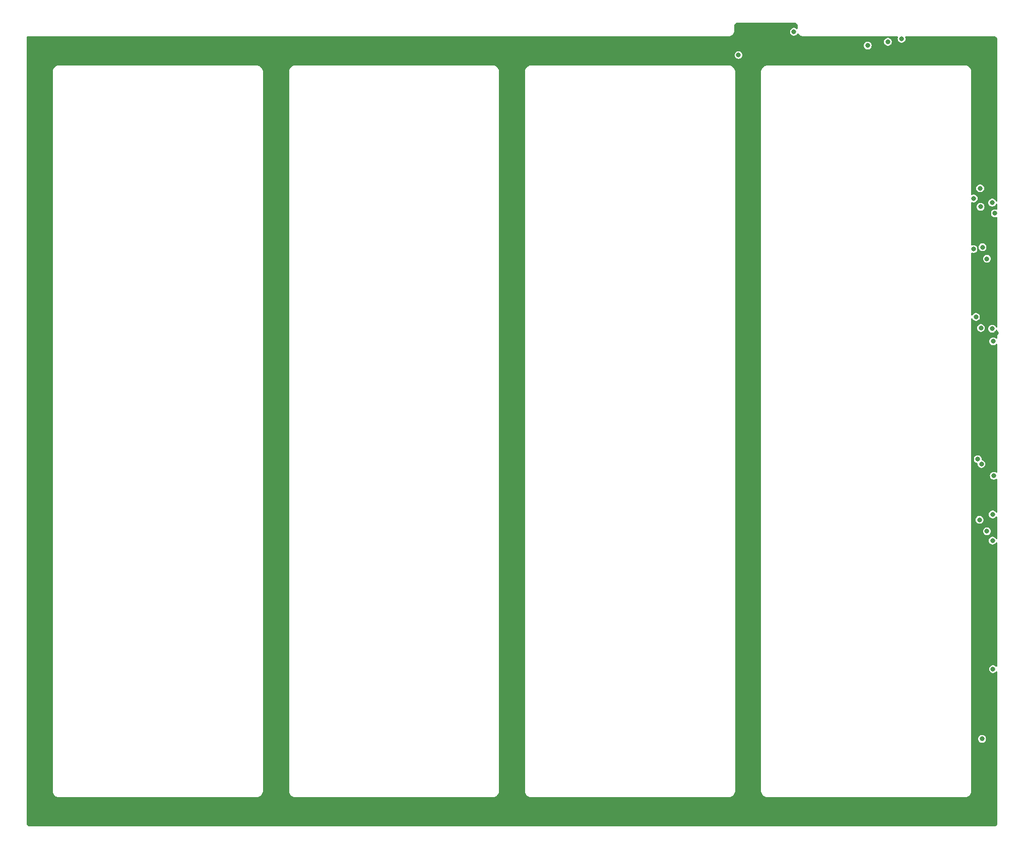
<source format=gbr>
%TF.GenerationSoftware,KiCad,Pcbnew,7.0.6*%
%TF.CreationDate,2024-01-17T22:25:56+01:00*%
%TF.ProjectId,FT24-AMS-Slave_v1-VTSENS,46543234-2d41-44d5-932d-536c6176655f,rev?*%
%TF.SameCoordinates,Original*%
%TF.FileFunction,Copper,L3,Inr*%
%TF.FilePolarity,Positive*%
%FSLAX46Y46*%
G04 Gerber Fmt 4.6, Leading zero omitted, Abs format (unit mm)*
G04 Created by KiCad (PCBNEW 7.0.6) date 2024-01-17 22:25:56*
%MOMM*%
%LPD*%
G01*
G04 APERTURE LIST*
%TA.AperFunction,ViaPad*%
%ADD10C,0.800000*%
%TD*%
G04 APERTURE END LIST*
D10*
%TO.N,+5V*%
X228000000Y-99100000D03*
X225827898Y-74266990D03*
X225911965Y-97122015D03*
X226027895Y-143311872D03*
X224575024Y-61000000D03*
X227725512Y-53200000D03*
X227727898Y-74380686D03*
X226833010Y-62633010D03*
X226833010Y-108433010D03*
X185100000Y-28400000D03*
X225700000Y-50800000D03*
%TO.N,GND1*%
X227725000Y-52097469D03*
X226500000Y-132999968D03*
X225925175Y-141834017D03*
X224575024Y-140800000D03*
X228176024Y-97900000D03*
X225100000Y-108400000D03*
X225100000Y-62100000D03*
X225775000Y-49685910D03*
X226876007Y-64136578D03*
X228380353Y-75138517D03*
X226021558Y-72667110D03*
X228000000Y-132978216D03*
X185000000Y-23900000D03*
X194100000Y-28400000D03*
X225949407Y-95540543D03*
X224935430Y-133001229D03*
X227750000Y-143452363D03*
%TO.N,Net-(J10-Pin_2)*%
X227800000Y-105600000D03*
X194400000Y-24500000D03*
%TO.N,Net-(J10-Pin_3)*%
X227900000Y-76500000D03*
X206800000Y-26800000D03*
%TO.N,Net-(J10-Pin_4)*%
X212500000Y-25669170D03*
X228176024Y-55000000D03*
%TO.N,Net-(J10-Pin_5)*%
X210200000Y-26175000D03*
%TO.N,Net-(J10-Pin_17)*%
X227775524Y-110000000D03*
X225600000Y-106500000D03*
X224600000Y-52500000D03*
X225775000Y-53900111D03*
X227852207Y-131579227D03*
%TO.N,Net-(J10-Pin_18)*%
X226100000Y-60700000D03*
X225000000Y-72400000D03*
X225300000Y-96300000D03*
%TD*%
%TA.AperFunction,Conductor*%
%TO.N,GND1*%
G36*
X194517547Y-22970180D02*
G01*
X194527117Y-22970178D01*
X194527120Y-22970179D01*
X194570650Y-22970170D01*
X194578752Y-22970701D01*
X194675043Y-22983384D01*
X194706359Y-22991785D01*
X194784727Y-23024299D01*
X194812795Y-23040534D01*
X194880051Y-23092256D01*
X194902951Y-23115217D01*
X194954491Y-23182604D01*
X194970654Y-23210719D01*
X194993626Y-23266505D01*
X195002957Y-23289165D01*
X195011277Y-23320509D01*
X195023635Y-23416278D01*
X195024145Y-23424395D01*
X195023997Y-23476883D01*
X195024155Y-23478916D01*
X195024155Y-23908377D01*
X195004470Y-23975416D01*
X194951666Y-24021171D01*
X194882508Y-24031115D01*
X194818952Y-24002090D01*
X194817928Y-24001193D01*
X194772240Y-23960717D01*
X194772238Y-23960716D01*
X194772237Y-23960715D01*
X194632365Y-23887303D01*
X194478986Y-23849500D01*
X194478985Y-23849500D01*
X194321015Y-23849500D01*
X194321014Y-23849500D01*
X194167634Y-23887303D01*
X194027762Y-23960715D01*
X193909516Y-24065471D01*
X193819781Y-24195475D01*
X193819780Y-24195476D01*
X193763762Y-24343181D01*
X193744722Y-24499999D01*
X193744722Y-24500000D01*
X193763762Y-24656818D01*
X193804398Y-24763965D01*
X193819780Y-24804523D01*
X193909517Y-24934530D01*
X194027760Y-25039283D01*
X194027762Y-25039284D01*
X194167634Y-25112696D01*
X194321014Y-25150500D01*
X194321015Y-25150500D01*
X194478985Y-25150500D01*
X194632365Y-25112696D01*
X194632364Y-25112696D01*
X194772240Y-25039283D01*
X194890483Y-24934530D01*
X194980220Y-24804523D01*
X194980219Y-24804523D01*
X194984481Y-24798350D01*
X194985890Y-24799323D01*
X195028037Y-24755754D01*
X195096054Y-24739771D01*
X195161915Y-24763098D01*
X195196761Y-24801780D01*
X195209007Y-24823080D01*
X195327155Y-24964318D01*
X195468072Y-25082850D01*
X195468073Y-25082851D01*
X195468075Y-25082852D01*
X195585005Y-25150500D01*
X195627459Y-25175061D01*
X195800457Y-25238139D01*
X195981791Y-25270161D01*
X196005811Y-25270163D01*
X196005884Y-25270170D01*
X196017670Y-25270170D01*
X196073860Y-25270170D01*
X211775965Y-25270170D01*
X211843004Y-25289855D01*
X211888759Y-25342659D01*
X211898703Y-25411817D01*
X211891907Y-25438141D01*
X211863763Y-25512351D01*
X211844722Y-25669169D01*
X211844722Y-25669170D01*
X211863762Y-25825988D01*
X211880635Y-25870477D01*
X211919780Y-25973693D01*
X212009517Y-26103700D01*
X212127760Y-26208453D01*
X212127762Y-26208454D01*
X212267634Y-26281866D01*
X212421014Y-26319670D01*
X212421015Y-26319670D01*
X212578985Y-26319670D01*
X212732365Y-26281866D01*
X212732365Y-26281865D01*
X212872240Y-26208453D01*
X212990483Y-26103700D01*
X213080220Y-25973693D01*
X213136237Y-25825988D01*
X213155278Y-25669170D01*
X213136237Y-25512352D01*
X213120083Y-25469759D01*
X213108093Y-25438141D01*
X213102726Y-25368478D01*
X213135874Y-25306971D01*
X213197012Y-25273150D01*
X213224035Y-25270170D01*
X228121442Y-25270170D01*
X228129544Y-25270701D01*
X228162866Y-25275088D01*
X228225674Y-25283359D01*
X228256932Y-25291735D01*
X228335190Y-25324151D01*
X228363216Y-25340332D01*
X228430413Y-25391895D01*
X228453299Y-25414782D01*
X228504863Y-25481980D01*
X228521048Y-25510012D01*
X228553460Y-25588257D01*
X228561838Y-25619521D01*
X228574493Y-25715604D01*
X228575024Y-25723708D01*
X228575024Y-52928895D01*
X228555339Y-52995934D01*
X228502535Y-53041689D01*
X228433377Y-53051633D01*
X228369821Y-53022608D01*
X228335082Y-52972867D01*
X228305732Y-52895477D01*
X228215995Y-52765470D01*
X228097752Y-52660717D01*
X228097750Y-52660716D01*
X228097749Y-52660715D01*
X227957877Y-52587303D01*
X227804498Y-52549500D01*
X227804497Y-52549500D01*
X227646527Y-52549500D01*
X227646526Y-52549500D01*
X227493146Y-52587303D01*
X227353274Y-52660715D01*
X227235028Y-52765471D01*
X227145293Y-52895475D01*
X227145292Y-52895476D01*
X227089274Y-53043181D01*
X227070234Y-53199999D01*
X227070234Y-53200000D01*
X227089274Y-53356818D01*
X227132618Y-53471104D01*
X227145292Y-53504523D01*
X227235029Y-53634530D01*
X227353272Y-53739283D01*
X227353274Y-53739284D01*
X227493146Y-53812696D01*
X227646526Y-53850500D01*
X227646527Y-53850500D01*
X227804497Y-53850500D01*
X227957877Y-53812696D01*
X227957877Y-53812695D01*
X228097752Y-53739283D01*
X228215995Y-53634530D01*
X228305732Y-53504523D01*
X228335082Y-53427132D01*
X228377260Y-53371430D01*
X228442858Y-53347373D01*
X228511048Y-53362600D01*
X228560181Y-53412276D01*
X228575024Y-53471104D01*
X228575024Y-54270855D01*
X228555339Y-54337894D01*
X228502535Y-54383649D01*
X228433377Y-54393593D01*
X228415690Y-54389026D01*
X228415673Y-54389099D01*
X228255010Y-54349500D01*
X228255009Y-54349500D01*
X228097039Y-54349500D01*
X228097038Y-54349500D01*
X227943658Y-54387303D01*
X227803786Y-54460715D01*
X227685540Y-54565471D01*
X227595805Y-54695475D01*
X227595804Y-54695476D01*
X227539786Y-54843181D01*
X227520746Y-54999999D01*
X227520746Y-55000000D01*
X227539786Y-55156818D01*
X227595803Y-55304523D01*
X227595804Y-55304523D01*
X227685541Y-55434530D01*
X227803784Y-55539283D01*
X227803786Y-55539284D01*
X227943658Y-55612696D01*
X228097038Y-55650500D01*
X228097039Y-55650500D01*
X228255009Y-55650500D01*
X228415673Y-55610901D01*
X228416069Y-55612511D01*
X228476698Y-55607831D01*
X228538209Y-55640969D01*
X228572039Y-55702102D01*
X228575024Y-55729144D01*
X228575024Y-74103290D01*
X228555339Y-74170329D01*
X228502535Y-74216084D01*
X228433377Y-74226028D01*
X228369821Y-74197003D01*
X228335082Y-74147262D01*
X228308118Y-74076163D01*
X228218381Y-73946156D01*
X228100138Y-73841403D01*
X228100136Y-73841402D01*
X228100135Y-73841401D01*
X227960263Y-73767989D01*
X227806884Y-73730186D01*
X227806883Y-73730186D01*
X227648913Y-73730186D01*
X227648912Y-73730186D01*
X227495532Y-73767989D01*
X227355660Y-73841401D01*
X227237414Y-73946157D01*
X227147679Y-74076161D01*
X227147678Y-74076162D01*
X227091660Y-74223867D01*
X227072620Y-74380685D01*
X227072620Y-74380686D01*
X227091660Y-74537504D01*
X227137390Y-74658081D01*
X227147678Y-74685209D01*
X227237415Y-74815216D01*
X227355658Y-74919969D01*
X227355660Y-74919970D01*
X227495532Y-74993382D01*
X227648912Y-75031186D01*
X227648913Y-75031186D01*
X227806883Y-75031186D01*
X227960263Y-74993382D01*
X227960262Y-74993381D01*
X228100138Y-74919969D01*
X228218381Y-74815216D01*
X228308118Y-74685209D01*
X228335082Y-74614109D01*
X228377260Y-74558407D01*
X228442857Y-74534350D01*
X228511048Y-74549577D01*
X228560181Y-74599253D01*
X228575024Y-74658081D01*
X228575024Y-75953442D01*
X228555339Y-76020481D01*
X228502535Y-76066236D01*
X228433377Y-76076180D01*
X228369821Y-76047155D01*
X228368798Y-76046258D01*
X228272240Y-75960717D01*
X228272238Y-75960715D01*
X228132365Y-75887303D01*
X227978986Y-75849500D01*
X227978985Y-75849500D01*
X227821015Y-75849500D01*
X227821014Y-75849500D01*
X227667634Y-75887303D01*
X227527762Y-75960715D01*
X227409516Y-76065471D01*
X227319781Y-76195475D01*
X227319780Y-76195476D01*
X227263762Y-76343181D01*
X227244722Y-76499999D01*
X227244722Y-76500000D01*
X227263762Y-76656818D01*
X227319780Y-76804523D01*
X227409517Y-76934530D01*
X227527760Y-77039283D01*
X227527762Y-77039284D01*
X227667634Y-77112696D01*
X227821014Y-77150500D01*
X227821015Y-77150500D01*
X227978985Y-77150500D01*
X228132365Y-77112696D01*
X228272237Y-77039285D01*
X228272238Y-77039283D01*
X228272240Y-77039283D01*
X228368799Y-76953739D01*
X228432030Y-76924020D01*
X228501294Y-76933204D01*
X228554597Y-76978376D01*
X228575017Y-77045195D01*
X228575024Y-77046557D01*
X228575024Y-98464851D01*
X228555339Y-98531890D01*
X228502535Y-98577645D01*
X228433377Y-98587589D01*
X228379718Y-98563084D01*
X228378412Y-98564977D01*
X228372238Y-98560715D01*
X228232365Y-98487303D01*
X228078986Y-98449500D01*
X228078985Y-98449500D01*
X227921015Y-98449500D01*
X227921014Y-98449500D01*
X227767634Y-98487303D01*
X227627762Y-98560715D01*
X227509516Y-98665471D01*
X227419781Y-98795475D01*
X227419780Y-98795476D01*
X227363762Y-98943181D01*
X227344722Y-99099999D01*
X227344722Y-99100000D01*
X227363762Y-99256818D01*
X227419779Y-99404523D01*
X227419780Y-99404523D01*
X227509517Y-99534530D01*
X227627760Y-99639283D01*
X227627762Y-99639284D01*
X227767634Y-99712696D01*
X227921014Y-99750500D01*
X227921015Y-99750500D01*
X228078985Y-99750500D01*
X228232365Y-99712696D01*
X228232365Y-99712695D01*
X228372240Y-99639283D01*
X228372241Y-99639281D01*
X228378412Y-99635023D01*
X228379868Y-99637133D01*
X228432009Y-99612615D01*
X228501274Y-99621786D01*
X228554585Y-99666949D01*
X228575016Y-99733765D01*
X228575024Y-99735148D01*
X228575024Y-105179769D01*
X228555339Y-105246808D01*
X228502535Y-105292563D01*
X228433377Y-105302507D01*
X228369821Y-105273482D01*
X228348974Y-105250209D01*
X228340220Y-105237526D01*
X228290483Y-105165470D01*
X228172240Y-105060717D01*
X228172238Y-105060716D01*
X228172237Y-105060715D01*
X228032365Y-104987303D01*
X227878986Y-104949500D01*
X227878985Y-104949500D01*
X227721015Y-104949500D01*
X227721014Y-104949500D01*
X227567634Y-104987303D01*
X227427762Y-105060715D01*
X227309516Y-105165471D01*
X227219781Y-105295475D01*
X227219780Y-105295476D01*
X227163762Y-105443181D01*
X227144722Y-105599999D01*
X227144722Y-105600000D01*
X227163762Y-105756818D01*
X227213249Y-105887303D01*
X227219780Y-105904523D01*
X227309517Y-106034530D01*
X227427760Y-106139283D01*
X227427762Y-106139284D01*
X227567634Y-106212696D01*
X227721014Y-106250500D01*
X227721015Y-106250500D01*
X227878985Y-106250500D01*
X228032365Y-106212696D01*
X228032364Y-106212695D01*
X228172240Y-106139283D01*
X228290483Y-106034530D01*
X228348973Y-105949791D01*
X228403256Y-105905800D01*
X228472705Y-105898140D01*
X228535270Y-105929243D01*
X228571087Y-105989234D01*
X228575024Y-106020230D01*
X228575024Y-109615228D01*
X228555339Y-109682267D01*
X228502535Y-109728022D01*
X228433377Y-109737966D01*
X228369821Y-109708941D01*
X228348974Y-109685668D01*
X228300352Y-109615228D01*
X228266007Y-109565470D01*
X228147764Y-109460717D01*
X228147762Y-109460716D01*
X228147761Y-109460715D01*
X228007889Y-109387303D01*
X227854510Y-109349500D01*
X227854509Y-109349500D01*
X227696539Y-109349500D01*
X227696538Y-109349500D01*
X227543158Y-109387303D01*
X227403286Y-109460715D01*
X227285040Y-109565471D01*
X227195305Y-109695475D01*
X227195304Y-109695476D01*
X227139286Y-109843181D01*
X227120246Y-109999999D01*
X227120246Y-110000000D01*
X227139286Y-110156818D01*
X227191231Y-110293784D01*
X227195304Y-110304523D01*
X227285041Y-110434530D01*
X227403284Y-110539283D01*
X227403286Y-110539284D01*
X227543158Y-110612696D01*
X227696538Y-110650500D01*
X227696539Y-110650500D01*
X227854509Y-110650500D01*
X228007889Y-110612696D01*
X228147764Y-110539283D01*
X228266007Y-110434530D01*
X228348974Y-110314330D01*
X228403257Y-110270341D01*
X228472705Y-110262681D01*
X228535270Y-110293784D01*
X228571088Y-110353775D01*
X228575024Y-110384771D01*
X228575024Y-131083361D01*
X228555339Y-131150400D01*
X228502535Y-131196155D01*
X228433377Y-131206099D01*
X228369821Y-131177074D01*
X228348974Y-131153801D01*
X228346626Y-131150400D01*
X228342690Y-131144697D01*
X228224447Y-131039944D01*
X228224445Y-131039943D01*
X228224444Y-131039942D01*
X228084572Y-130966530D01*
X227931193Y-130928727D01*
X227931192Y-130928727D01*
X227773222Y-130928727D01*
X227773221Y-130928727D01*
X227619841Y-130966530D01*
X227479969Y-131039942D01*
X227361723Y-131144698D01*
X227271988Y-131274702D01*
X227271987Y-131274703D01*
X227215969Y-131422408D01*
X227196929Y-131579226D01*
X227196929Y-131579227D01*
X227215969Y-131736045D01*
X227271987Y-131883750D01*
X227361724Y-132013757D01*
X227479967Y-132118510D01*
X227479969Y-132118511D01*
X227619841Y-132191923D01*
X227773221Y-132229727D01*
X227773222Y-132229727D01*
X227931192Y-132229727D01*
X228084572Y-132191923D01*
X228084571Y-132191922D01*
X228224447Y-132118510D01*
X228342690Y-132013757D01*
X228348973Y-132004653D01*
X228403254Y-131960663D01*
X228472702Y-131953002D01*
X228535268Y-131984103D01*
X228571087Y-132044093D01*
X228575024Y-132075092D01*
X228575024Y-157565569D01*
X228574492Y-157573676D01*
X228561829Y-157669797D01*
X228553450Y-157701057D01*
X228521035Y-157779300D01*
X228504851Y-157807329D01*
X228453288Y-157874521D01*
X228430400Y-157897407D01*
X228363208Y-157948963D01*
X228335178Y-157965147D01*
X228256930Y-157997559D01*
X228225664Y-158005937D01*
X228195222Y-158009945D01*
X228129193Y-158018639D01*
X228121098Y-158019170D01*
X65973754Y-158019170D01*
X65965650Y-158018639D01*
X65869534Y-158005980D01*
X65838268Y-157997601D01*
X65760030Y-157965190D01*
X65732000Y-157949006D01*
X65664812Y-157897447D01*
X65641926Y-157874558D01*
X65590376Y-157807371D01*
X65574195Y-157779343D01*
X65541784Y-157701088D01*
X65533411Y-157669834D01*
X65520699Y-157573251D01*
X65520170Y-157565154D01*
X65520172Y-157522087D01*
X65520170Y-157522083D01*
X65520171Y-157517573D01*
X65520170Y-157517546D01*
X65520170Y-31277232D01*
X69919168Y-31277232D01*
X69919170Y-31277257D01*
X69919170Y-152099756D01*
X69919227Y-152101019D01*
X69919226Y-152161560D01*
X69919226Y-152161565D01*
X69951136Y-152342575D01*
X69951137Y-152342580D01*
X70013996Y-152515306D01*
X70016225Y-152519167D01*
X70105891Y-152674488D01*
X70105892Y-152674489D01*
X70105894Y-152674492D01*
X70105938Y-152674544D01*
X70224038Y-152815302D01*
X70224046Y-152815309D01*
X70276515Y-152859339D01*
X70364839Y-152933458D01*
X70364842Y-152933459D01*
X70364845Y-152933462D01*
X70434380Y-152973611D01*
X70524018Y-153025368D01*
X70696739Y-153088241D01*
X70696737Y-153088241D01*
X70795386Y-153105639D01*
X70877750Y-153120166D01*
X70877751Y-153120167D01*
X70877754Y-153120167D01*
X70901659Y-153120167D01*
X70901678Y-153120170D01*
X70913497Y-153120170D01*
X70969657Y-153120170D01*
X70969658Y-153120170D01*
X71017253Y-153120172D01*
X71017256Y-153120170D01*
X71027232Y-153120171D01*
X71027257Y-153120170D01*
X104076048Y-153120170D01*
X104076072Y-153120171D01*
X104086048Y-153120170D01*
X104086052Y-153120172D01*
X104133645Y-153120170D01*
X104133647Y-153120170D01*
X104163885Y-153120170D01*
X104164685Y-153120131D01*
X104225548Y-153120130D01*
X104406558Y-153088207D01*
X104579276Y-153025341D01*
X104738455Y-152933439D01*
X104879258Y-152815295D01*
X104997409Y-152674497D01*
X105089319Y-152515323D01*
X105152194Y-152342608D01*
X105184125Y-152161600D01*
X105184126Y-152138141D01*
X105184133Y-152138082D01*
X105184133Y-152069643D01*
X105184133Y-152069637D01*
X105184138Y-152022103D01*
X105184137Y-152022100D01*
X105184137Y-152018345D01*
X109583126Y-152018345D01*
X109583137Y-152161594D01*
X109583137Y-152161595D01*
X109583138Y-152161600D01*
X109615065Y-152342595D01*
X109615068Y-152342608D01*
X109615069Y-152342613D01*
X109677941Y-152515325D01*
X109677944Y-152515331D01*
X109769848Y-152674500D01*
X109769850Y-152674503D01*
X109887999Y-152815304D01*
X110028800Y-152933453D01*
X110187977Y-153025360D01*
X110360694Y-153088233D01*
X110541704Y-153120163D01*
X110565160Y-153120164D01*
X110565215Y-153120170D01*
X110633606Y-153120170D01*
X110681201Y-153120174D01*
X110681203Y-153120173D01*
X110691157Y-153120174D01*
X110691220Y-153120170D01*
X143746207Y-153120170D01*
X143746299Y-153120197D01*
X143797596Y-153120197D01*
X143889501Y-153120197D01*
X143889505Y-153120197D01*
X144070531Y-153088278D01*
X144243263Y-153025407D01*
X144402453Y-152933496D01*
X144543265Y-152815338D01*
X144629028Y-152713124D01*
X144661414Y-152674527D01*
X144661414Y-152674526D01*
X144661418Y-152674522D01*
X144753323Y-152515329D01*
X144816187Y-152342594D01*
X144848100Y-152161572D01*
X149247027Y-152161572D01*
X149278943Y-152342605D01*
X149341818Y-152515353D01*
X149433728Y-152674540D01*
X149433731Y-152674544D01*
X149433734Y-152674549D01*
X149524756Y-152783017D01*
X149551904Y-152815369D01*
X149692726Y-152933519D01*
X149692728Y-152933520D01*
X149851935Y-153025423D01*
X150024683Y-153088280D01*
X150205722Y-153120181D01*
X150297636Y-153120170D01*
X183461544Y-153120170D01*
X183489404Y-153120170D01*
X183492250Y-153120170D01*
X183492421Y-153120161D01*
X183553453Y-153120165D01*
X183734479Y-153088253D01*
X183907213Y-153025389D01*
X184066406Y-152933484D01*
X184207220Y-152815330D01*
X184325376Y-152674518D01*
X184417283Y-152515326D01*
X184480149Y-152342593D01*
X184512064Y-152161567D01*
X184512060Y-152069658D01*
X184512060Y-152069642D01*
X184512059Y-31281702D01*
X184512062Y-31281670D01*
X184512062Y-31277232D01*
X188911058Y-31277232D01*
X188911060Y-31277257D01*
X188911060Y-152099649D01*
X188911127Y-152101129D01*
X188911126Y-152161559D01*
X188911126Y-152161566D01*
X188943035Y-152342575D01*
X188943046Y-152342605D01*
X189005894Y-152515302D01*
X189097791Y-152674488D01*
X189097798Y-152674496D01*
X189215929Y-152815293D01*
X189215933Y-152815297D01*
X189215978Y-152815335D01*
X189356733Y-152933454D01*
X189515864Y-153025338D01*
X189515909Y-153025364D01*
X189688628Y-153088238D01*
X189688631Y-153088238D01*
X189688633Y-153088239D01*
X189869638Y-153120166D01*
X189869641Y-153120166D01*
X189892780Y-153120166D01*
X189892809Y-153120170D01*
X189961544Y-153120170D01*
X190009139Y-153120173D01*
X190009140Y-153120172D01*
X190019103Y-153120173D01*
X190019154Y-153120170D01*
X223067935Y-153120170D01*
X223067959Y-153120171D01*
X223077935Y-153120170D01*
X223077939Y-153120172D01*
X223125533Y-153120170D01*
X223125535Y-153120170D01*
X223155702Y-153120170D01*
X223156689Y-153120122D01*
X223217435Y-153120122D01*
X223398446Y-153088201D01*
X223571164Y-153025336D01*
X223730343Y-152933436D01*
X223852003Y-152831355D01*
X223871140Y-152815299D01*
X223871143Y-152815296D01*
X223871147Y-152815293D01*
X223989259Y-152674544D01*
X223989297Y-152674499D01*
X223989303Y-152674489D01*
X224081209Y-152515323D01*
X224144085Y-152342608D01*
X224176016Y-152161600D01*
X224176017Y-152138141D01*
X224176024Y-152138082D01*
X224176024Y-152069642D01*
X224176029Y-152022103D01*
X224176028Y-152022100D01*
X224176029Y-152012745D01*
X224176024Y-152012665D01*
X224176024Y-143311872D01*
X225372617Y-143311872D01*
X225391657Y-143468690D01*
X225447674Y-143616394D01*
X225447675Y-143616395D01*
X225537412Y-143746402D01*
X225655655Y-143851155D01*
X225655657Y-143851156D01*
X225795529Y-143924568D01*
X225948909Y-143962372D01*
X225948910Y-143962372D01*
X226106880Y-143962372D01*
X226260260Y-143924568D01*
X226260259Y-143924568D01*
X226400135Y-143851155D01*
X226518378Y-143746402D01*
X226608115Y-143616395D01*
X226664132Y-143468690D01*
X226683173Y-143311872D01*
X226664132Y-143155054D01*
X226608115Y-143007349D01*
X226518378Y-142877342D01*
X226400135Y-142772589D01*
X226400133Y-142772588D01*
X226400132Y-142772587D01*
X226260260Y-142699175D01*
X226106881Y-142661372D01*
X226106880Y-142661372D01*
X225948910Y-142661372D01*
X225948909Y-142661372D01*
X225795529Y-142699175D01*
X225655657Y-142772587D01*
X225537411Y-142877343D01*
X225447676Y-143007347D01*
X225447675Y-143007348D01*
X225391657Y-143155053D01*
X225372617Y-143311871D01*
X225372617Y-143311872D01*
X224176024Y-143311872D01*
X224176024Y-108433010D01*
X226177732Y-108433010D01*
X226196772Y-108589828D01*
X226252790Y-108737533D01*
X226342527Y-108867540D01*
X226460770Y-108972293D01*
X226460772Y-108972294D01*
X226600644Y-109045706D01*
X226754024Y-109083510D01*
X226754025Y-109083510D01*
X226911995Y-109083510D01*
X227065375Y-109045706D01*
X227065374Y-109045705D01*
X227205250Y-108972293D01*
X227323493Y-108867540D01*
X227413230Y-108737533D01*
X227469247Y-108589828D01*
X227488288Y-108433010D01*
X227469247Y-108276192D01*
X227413230Y-108128487D01*
X227323493Y-107998480D01*
X227205250Y-107893727D01*
X227205248Y-107893726D01*
X227205247Y-107893725D01*
X227065375Y-107820313D01*
X226911996Y-107782510D01*
X226911995Y-107782510D01*
X226754025Y-107782510D01*
X226754024Y-107782510D01*
X226600644Y-107820313D01*
X226460772Y-107893725D01*
X226342526Y-107998481D01*
X226252791Y-108128485D01*
X226252790Y-108128486D01*
X226196772Y-108276191D01*
X226177732Y-108433009D01*
X226177732Y-108433010D01*
X224176024Y-108433010D01*
X224176024Y-106500000D01*
X224944722Y-106500000D01*
X224963762Y-106656818D01*
X225019780Y-106804522D01*
X225019780Y-106804523D01*
X225109517Y-106934530D01*
X225227760Y-107039283D01*
X225227762Y-107039284D01*
X225367634Y-107112696D01*
X225521014Y-107150500D01*
X225521015Y-107150500D01*
X225678985Y-107150500D01*
X225832365Y-107112696D01*
X225832364Y-107112695D01*
X225972240Y-107039283D01*
X226090483Y-106934530D01*
X226180220Y-106804523D01*
X226236237Y-106656818D01*
X226255278Y-106500000D01*
X226236237Y-106343182D01*
X226180220Y-106195477D01*
X226090483Y-106065470D01*
X225972240Y-105960717D01*
X225972238Y-105960716D01*
X225972237Y-105960715D01*
X225832365Y-105887303D01*
X225678986Y-105849500D01*
X225678985Y-105849500D01*
X225521015Y-105849500D01*
X225521014Y-105849500D01*
X225367634Y-105887303D01*
X225227762Y-105960715D01*
X225109516Y-106065471D01*
X225019781Y-106195475D01*
X225019780Y-106195476D01*
X224963762Y-106343181D01*
X224944722Y-106499999D01*
X224944722Y-106500000D01*
X224176024Y-106500000D01*
X224176024Y-96300000D01*
X224644722Y-96300000D01*
X224663762Y-96456818D01*
X224711515Y-96582730D01*
X224719780Y-96604523D01*
X224809517Y-96734530D01*
X224927760Y-96839283D01*
X225067635Y-96912696D01*
X225165912Y-96936918D01*
X225169208Y-96937731D01*
X225229588Y-96972887D01*
X225261377Y-97035106D01*
X225262629Y-97073073D01*
X225256687Y-97122013D01*
X225256687Y-97122015D01*
X225275727Y-97278833D01*
X225331744Y-97426538D01*
X225331745Y-97426538D01*
X225421482Y-97556545D01*
X225539725Y-97661298D01*
X225539727Y-97661299D01*
X225679599Y-97734711D01*
X225832979Y-97772515D01*
X225832980Y-97772515D01*
X225990950Y-97772515D01*
X226144330Y-97734711D01*
X226144329Y-97734711D01*
X226284205Y-97661298D01*
X226402448Y-97556545D01*
X226492185Y-97426538D01*
X226548202Y-97278833D01*
X226567243Y-97122015D01*
X226561301Y-97073073D01*
X226548202Y-96965196D01*
X226526957Y-96909178D01*
X226492185Y-96817492D01*
X226402448Y-96687485D01*
X226284205Y-96582732D01*
X226284203Y-96582731D01*
X226284202Y-96582730D01*
X226144331Y-96509319D01*
X226042756Y-96484283D01*
X225982375Y-96449127D01*
X225950587Y-96386907D01*
X225949335Y-96348943D01*
X225955278Y-96300000D01*
X225936237Y-96143182D01*
X225880220Y-95995477D01*
X225790483Y-95865470D01*
X225672240Y-95760717D01*
X225672238Y-95760716D01*
X225672237Y-95760715D01*
X225532365Y-95687303D01*
X225378986Y-95649500D01*
X225378985Y-95649500D01*
X225221015Y-95649500D01*
X225221014Y-95649500D01*
X225067634Y-95687303D01*
X224927762Y-95760715D01*
X224809516Y-95865471D01*
X224719781Y-95995475D01*
X224719780Y-95995476D01*
X224663762Y-96143181D01*
X224644722Y-96299999D01*
X224644722Y-96300000D01*
X224176024Y-96300000D01*
X224176024Y-74266990D01*
X225172620Y-74266990D01*
X225191660Y-74423808D01*
X225247678Y-74571512D01*
X225247678Y-74571513D01*
X225337415Y-74701520D01*
X225455658Y-74806273D01*
X225455660Y-74806274D01*
X225595532Y-74879686D01*
X225748912Y-74917490D01*
X225748913Y-74917490D01*
X225906883Y-74917490D01*
X226060263Y-74879686D01*
X226060263Y-74879685D01*
X226200138Y-74806273D01*
X226318381Y-74701520D01*
X226408118Y-74571513D01*
X226464135Y-74423808D01*
X226483176Y-74266990D01*
X226464135Y-74110172D01*
X226451236Y-74076161D01*
X226442890Y-74054154D01*
X226408118Y-73962467D01*
X226318381Y-73832460D01*
X226200138Y-73727707D01*
X226200136Y-73727706D01*
X226200135Y-73727705D01*
X226060263Y-73654293D01*
X225906884Y-73616490D01*
X225906883Y-73616490D01*
X225748913Y-73616490D01*
X225748912Y-73616490D01*
X225595532Y-73654293D01*
X225455660Y-73727705D01*
X225337414Y-73832461D01*
X225247679Y-73962465D01*
X225247678Y-73962466D01*
X225191660Y-74110171D01*
X225172620Y-74266989D01*
X225172620Y-74266990D01*
X224176024Y-74266990D01*
X224176024Y-72738436D01*
X224195709Y-72671397D01*
X224248513Y-72625642D01*
X224317671Y-72615698D01*
X224381227Y-72644723D01*
X224415965Y-72694465D01*
X224419780Y-72704523D01*
X224509517Y-72834530D01*
X224627760Y-72939283D01*
X224627762Y-72939284D01*
X224767634Y-73012696D01*
X224921014Y-73050500D01*
X224921015Y-73050500D01*
X225078985Y-73050500D01*
X225232365Y-73012696D01*
X225232364Y-73012695D01*
X225372240Y-72939283D01*
X225490483Y-72834530D01*
X225580220Y-72704523D01*
X225636237Y-72556818D01*
X225655278Y-72400000D01*
X225636237Y-72243182D01*
X225580220Y-72095477D01*
X225490483Y-71965470D01*
X225372240Y-71860717D01*
X225372238Y-71860716D01*
X225372237Y-71860715D01*
X225232365Y-71787303D01*
X225078986Y-71749500D01*
X225078985Y-71749500D01*
X224921015Y-71749500D01*
X224921014Y-71749500D01*
X224767634Y-71787303D01*
X224627762Y-71860715D01*
X224509516Y-71965471D01*
X224419781Y-72095474D01*
X224415966Y-72105535D01*
X224373787Y-72161238D01*
X224308189Y-72185294D01*
X224239999Y-72170067D01*
X224190866Y-72120390D01*
X224176024Y-72061563D01*
X224176024Y-62633010D01*
X226177732Y-62633010D01*
X226196772Y-62789828D01*
X226252789Y-62937532D01*
X226252790Y-62937533D01*
X226342527Y-63067540D01*
X226460770Y-63172293D01*
X226460772Y-63172294D01*
X226600644Y-63245706D01*
X226754024Y-63283510D01*
X226754025Y-63283510D01*
X226911995Y-63283510D01*
X227065375Y-63245706D01*
X227065374Y-63245706D01*
X227205250Y-63172293D01*
X227323493Y-63067540D01*
X227413230Y-62937533D01*
X227469247Y-62789828D01*
X227488288Y-62633010D01*
X227469247Y-62476192D01*
X227413230Y-62328487D01*
X227323493Y-62198480D01*
X227205250Y-62093727D01*
X227205248Y-62093726D01*
X227205247Y-62093725D01*
X227065375Y-62020313D01*
X226911996Y-61982510D01*
X226911995Y-61982510D01*
X226754025Y-61982510D01*
X226754024Y-61982510D01*
X226600644Y-62020313D01*
X226460772Y-62093725D01*
X226342526Y-62198481D01*
X226252791Y-62328485D01*
X226252790Y-62328486D01*
X226196772Y-62476191D01*
X226177732Y-62633009D01*
X226177732Y-62633010D01*
X224176024Y-62633010D01*
X224176024Y-61729144D01*
X224195709Y-61662105D01*
X224248513Y-61616350D01*
X224317671Y-61606406D01*
X224335357Y-61610973D01*
X224335375Y-61610901D01*
X224496038Y-61650500D01*
X224496039Y-61650500D01*
X224654009Y-61650500D01*
X224807389Y-61612696D01*
X224819373Y-61606406D01*
X224947264Y-61539283D01*
X225065507Y-61434530D01*
X225155244Y-61304523D01*
X225211261Y-61156818D01*
X225230302Y-61000000D01*
X225211261Y-60843182D01*
X225156959Y-60700000D01*
X225444722Y-60700000D01*
X225463762Y-60856818D01*
X225518064Y-60999999D01*
X225519780Y-61004523D01*
X225609517Y-61134530D01*
X225727760Y-61239283D01*
X225727762Y-61239284D01*
X225867634Y-61312696D01*
X226021014Y-61350500D01*
X226021015Y-61350500D01*
X226178985Y-61350500D01*
X226332365Y-61312696D01*
X226347937Y-61304523D01*
X226472240Y-61239283D01*
X226590483Y-61134530D01*
X226680220Y-61004523D01*
X226736237Y-60856818D01*
X226755278Y-60700000D01*
X226736237Y-60543182D01*
X226680220Y-60395477D01*
X226590483Y-60265470D01*
X226472240Y-60160717D01*
X226472238Y-60160716D01*
X226472237Y-60160715D01*
X226332365Y-60087303D01*
X226178986Y-60049500D01*
X226178985Y-60049500D01*
X226021015Y-60049500D01*
X226021014Y-60049500D01*
X225867634Y-60087303D01*
X225727762Y-60160715D01*
X225609516Y-60265471D01*
X225519781Y-60395475D01*
X225519780Y-60395476D01*
X225463762Y-60543181D01*
X225444722Y-60699999D01*
X225444722Y-60700000D01*
X225156959Y-60700000D01*
X225155244Y-60695477D01*
X225065507Y-60565470D01*
X224947264Y-60460717D01*
X224947262Y-60460716D01*
X224947261Y-60460715D01*
X224807389Y-60387303D01*
X224654010Y-60349500D01*
X224654009Y-60349500D01*
X224496039Y-60349500D01*
X224496038Y-60349500D01*
X224335375Y-60389099D01*
X224334978Y-60387491D01*
X224274332Y-60392164D01*
X224212826Y-60359016D01*
X224179004Y-60297878D01*
X224176024Y-60270855D01*
X224176024Y-53900111D01*
X225119722Y-53900111D01*
X225138762Y-54056929D01*
X225194779Y-54204633D01*
X225194780Y-54204634D01*
X225284517Y-54334641D01*
X225402760Y-54439394D01*
X225402762Y-54439395D01*
X225542634Y-54512807D01*
X225696014Y-54550611D01*
X225696015Y-54550611D01*
X225853985Y-54550611D01*
X226007365Y-54512807D01*
X226007364Y-54512807D01*
X226147240Y-54439394D01*
X226265483Y-54334641D01*
X226355220Y-54204634D01*
X226411237Y-54056929D01*
X226430278Y-53900111D01*
X226411237Y-53743293D01*
X226409716Y-53739283D01*
X226389992Y-53687274D01*
X226355220Y-53595588D01*
X226265483Y-53465581D01*
X226147240Y-53360828D01*
X226147238Y-53360827D01*
X226147237Y-53360826D01*
X226007365Y-53287414D01*
X225853986Y-53249611D01*
X225853985Y-53249611D01*
X225696015Y-53249611D01*
X225696014Y-53249611D01*
X225542634Y-53287414D01*
X225402762Y-53360826D01*
X225284516Y-53465582D01*
X225194781Y-53595586D01*
X225194780Y-53595587D01*
X225138762Y-53743292D01*
X225119722Y-53900110D01*
X225119722Y-53900111D01*
X224176024Y-53900111D01*
X224176024Y-53217251D01*
X224195709Y-53150212D01*
X224248513Y-53104457D01*
X224317671Y-53094513D01*
X224357649Y-53107455D01*
X224367635Y-53112696D01*
X224367637Y-53112697D01*
X224521014Y-53150500D01*
X224521015Y-53150500D01*
X224678985Y-53150500D01*
X224832365Y-53112696D01*
X224867009Y-53094513D01*
X224972240Y-53039283D01*
X225090483Y-52934530D01*
X225180220Y-52804523D01*
X225236237Y-52656818D01*
X225255278Y-52500000D01*
X225236237Y-52343182D01*
X225180220Y-52195477D01*
X225090483Y-52065470D01*
X224972240Y-51960717D01*
X224972238Y-51960716D01*
X224972237Y-51960715D01*
X224832365Y-51887303D01*
X224678986Y-51849500D01*
X224678985Y-51849500D01*
X224521015Y-51849500D01*
X224521014Y-51849500D01*
X224367637Y-51887303D01*
X224367635Y-51887303D01*
X224367635Y-51887304D01*
X224357648Y-51892545D01*
X224289141Y-51906270D01*
X224224088Y-51880777D01*
X224183144Y-51824161D01*
X224176024Y-51782748D01*
X224176024Y-50800000D01*
X225044722Y-50800000D01*
X225063762Y-50956818D01*
X225119779Y-51104523D01*
X225119780Y-51104523D01*
X225209517Y-51234530D01*
X225327760Y-51339283D01*
X225327762Y-51339284D01*
X225467634Y-51412696D01*
X225621014Y-51450500D01*
X225621015Y-51450500D01*
X225778985Y-51450500D01*
X225932365Y-51412696D01*
X225932365Y-51412695D01*
X226072240Y-51339283D01*
X226190483Y-51234530D01*
X226280220Y-51104523D01*
X226336237Y-50956818D01*
X226355278Y-50800000D01*
X226336237Y-50643182D01*
X226280220Y-50495477D01*
X226190483Y-50365470D01*
X226072240Y-50260717D01*
X226072238Y-50260716D01*
X226072237Y-50260715D01*
X225932365Y-50187303D01*
X225778986Y-50149500D01*
X225778985Y-50149500D01*
X225621015Y-50149500D01*
X225621014Y-50149500D01*
X225467634Y-50187303D01*
X225327762Y-50260715D01*
X225209516Y-50365471D01*
X225119781Y-50495475D01*
X225119780Y-50495476D01*
X225063762Y-50643181D01*
X225044722Y-50799999D01*
X225044722Y-50800000D01*
X224176024Y-50800000D01*
X224176024Y-31277257D01*
X224176025Y-31277232D01*
X224176025Y-31271044D01*
X224176031Y-31271020D01*
X224176027Y-31127753D01*
X224176026Y-31127745D01*
X224152600Y-30994918D01*
X224144103Y-30946736D01*
X224081232Y-30774012D01*
X223989324Y-30614829D01*
X223871172Y-30474023D01*
X223871170Y-30474021D01*
X223871169Y-30474020D01*
X223812621Y-30424893D01*
X223730364Y-30355871D01*
X223571181Y-30263965D01*
X223571179Y-30263964D01*
X223571177Y-30263963D01*
X223571172Y-30263961D01*
X223398462Y-30201097D01*
X223398461Y-30201096D01*
X223398456Y-30201095D01*
X223217774Y-30169231D01*
X223217434Y-30169171D01*
X223191696Y-30169171D01*
X223191682Y-30169170D01*
X223181697Y-30169170D01*
X223125535Y-30169170D01*
X223125529Y-30169169D01*
X223077939Y-30169168D01*
X223077937Y-30169168D01*
X223067959Y-30169168D01*
X223067935Y-30169170D01*
X190019154Y-30169170D01*
X190019104Y-30169166D01*
X190012911Y-30169166D01*
X190012883Y-30169158D01*
X189869638Y-30169163D01*
X189869634Y-30169164D01*
X189688631Y-30201088D01*
X189688625Y-30201089D01*
X189688623Y-30201090D01*
X189652239Y-30214334D01*
X189515899Y-30263962D01*
X189515898Y-30263963D01*
X189356722Y-30355868D01*
X189356716Y-30355872D01*
X189215912Y-30474022D01*
X189097764Y-30614828D01*
X189097759Y-30614835D01*
X189005860Y-30774004D01*
X189005860Y-30774005D01*
X188942986Y-30946736D01*
X188911063Y-31127746D01*
X188911062Y-31127755D01*
X188911061Y-31159575D01*
X188911060Y-31159602D01*
X188911060Y-31219657D01*
X188911058Y-31277232D01*
X184512062Y-31277232D01*
X184512062Y-31271098D01*
X184512131Y-31270859D01*
X184512129Y-31219658D01*
X184512130Y-31219658D01*
X184512126Y-31127748D01*
X184480199Y-30946721D01*
X184417321Y-30773989D01*
X184325404Y-30614800D01*
X184207240Y-30473991D01*
X184066419Y-30355840D01*
X184045103Y-30343534D01*
X183907222Y-30263936D01*
X183907217Y-30263934D01*
X183734491Y-30201078D01*
X183734485Y-30201076D01*
X183553456Y-30169165D01*
X183553454Y-30169165D01*
X183461544Y-30169170D01*
X150267165Y-30169170D01*
X150266581Y-30169197D01*
X150205688Y-30169197D01*
X150024673Y-30201115D01*
X149851959Y-30263975D01*
X149851949Y-30263980D01*
X149743228Y-30326749D01*
X149692779Y-30355876D01*
X149692763Y-30355885D01*
X149551958Y-30474030D01*
X149551951Y-30474038D01*
X149433809Y-30614830D01*
X149433803Y-30614837D01*
X149341900Y-30774007D01*
X149341894Y-30774019D01*
X149279024Y-30946740D01*
X149247100Y-31127746D01*
X149247099Y-31127754D01*
X149247098Y-31159575D01*
X149247097Y-31159602D01*
X149247097Y-31219657D01*
X149247095Y-31277232D01*
X149247097Y-31277257D01*
X149247097Y-152018228D01*
X149247031Y-152018449D01*
X149247027Y-152161572D01*
X144848100Y-152161572D01*
X144848101Y-152161567D01*
X144848097Y-152069658D01*
X144848097Y-152069642D01*
X144848097Y-31277256D01*
X144848098Y-31277232D01*
X144848098Y-31271071D01*
X144848131Y-31270955D01*
X144848127Y-31127751D01*
X144848126Y-31127745D01*
X144816202Y-30946734D01*
X144816198Y-30946723D01*
X144753327Y-30774002D01*
X144707370Y-30694409D01*
X144661416Y-30614818D01*
X144661415Y-30614817D01*
X144661398Y-30614797D01*
X144543258Y-30474009D01*
X144543235Y-30473990D01*
X144402445Y-30355858D01*
X144243255Y-30263952D01*
X144243251Y-30263950D01*
X144070529Y-30201087D01*
X143934758Y-30177148D01*
X143889503Y-30169169D01*
X143889502Y-30169169D01*
X143797596Y-30169170D01*
X110603589Y-30169170D01*
X110602253Y-30169230D01*
X110541743Y-30169229D01*
X110541736Y-30169229D01*
X110360727Y-30201138D01*
X110188000Y-30263996D01*
X110028810Y-30355896D01*
X109888000Y-30474039D01*
X109887998Y-30474041D01*
X109769846Y-30614839D01*
X109769844Y-30614840D01*
X109769844Y-30614842D01*
X109677939Y-30774009D01*
X109677933Y-30774022D01*
X109615061Y-30946738D01*
X109583136Y-31127749D01*
X109583135Y-31127755D01*
X109583134Y-31159573D01*
X109583132Y-31159602D01*
X109583131Y-31267260D01*
X109583131Y-31277232D01*
X109583133Y-31277257D01*
X109583133Y-152012665D01*
X109583127Y-152012745D01*
X109583127Y-152018341D01*
X109583126Y-152018345D01*
X105184137Y-152018345D01*
X105184138Y-152011000D01*
X105184132Y-152010922D01*
X105184132Y-31281703D01*
X105184135Y-31281670D01*
X105184133Y-31219658D01*
X105184133Y-31189465D01*
X105184128Y-31189391D01*
X105184127Y-31127753D01*
X105179822Y-31103341D01*
X105152203Y-30946737D01*
X105124294Y-30870065D01*
X105089333Y-30774015D01*
X104997427Y-30614833D01*
X104879276Y-30474027D01*
X104738482Y-30355885D01*
X104738474Y-30355878D01*
X104738471Y-30355876D01*
X104579289Y-30263969D01*
X104579285Y-30263967D01*
X104464140Y-30222055D01*
X104406566Y-30201098D01*
X104406562Y-30201097D01*
X104406554Y-30201095D01*
X104225557Y-30169173D01*
X104225549Y-30169172D01*
X104194605Y-30169171D01*
X104194583Y-30169170D01*
X104189806Y-30169170D01*
X104133647Y-30169170D01*
X104133641Y-30169169D01*
X104086052Y-30169168D01*
X104086050Y-30169168D01*
X104076072Y-30169168D01*
X104076048Y-30169170D01*
X71027257Y-30169170D01*
X71027232Y-30169168D01*
X71017254Y-30169168D01*
X71017253Y-30169168D01*
X70969662Y-30169169D01*
X70969657Y-30169170D01*
X70941821Y-30169170D01*
X70877754Y-30169172D01*
X70877746Y-30169173D01*
X70696736Y-30201096D01*
X70524018Y-30263965D01*
X70524004Y-30263972D01*
X70364835Y-30355871D01*
X70364827Y-30355876D01*
X70224025Y-30474025D01*
X70105876Y-30614827D01*
X70105871Y-30614835D01*
X70013972Y-30774004D01*
X70013965Y-30774018D01*
X69951096Y-30946736D01*
X69919173Y-31127746D01*
X69919172Y-31127755D01*
X69919171Y-31159575D01*
X69919170Y-31159602D01*
X69919170Y-31219657D01*
X69919168Y-31277232D01*
X65520170Y-31277232D01*
X65520170Y-28400000D01*
X184444722Y-28400000D01*
X184463762Y-28556818D01*
X184519779Y-28704523D01*
X184519780Y-28704523D01*
X184609517Y-28834530D01*
X184727760Y-28939283D01*
X184727762Y-28939284D01*
X184867634Y-29012696D01*
X185021014Y-29050500D01*
X185021015Y-29050500D01*
X185178985Y-29050500D01*
X185332365Y-29012696D01*
X185332364Y-29012695D01*
X185472240Y-28939283D01*
X185590483Y-28834530D01*
X185680220Y-28704523D01*
X185736237Y-28556818D01*
X185755278Y-28400000D01*
X185736237Y-28243182D01*
X185680220Y-28095477D01*
X185590483Y-27965470D01*
X185472240Y-27860717D01*
X185472238Y-27860716D01*
X185472237Y-27860715D01*
X185332365Y-27787303D01*
X185178986Y-27749500D01*
X185178985Y-27749500D01*
X185021015Y-27749500D01*
X185021014Y-27749500D01*
X184867634Y-27787303D01*
X184727762Y-27860715D01*
X184609516Y-27965471D01*
X184519781Y-28095475D01*
X184519780Y-28095476D01*
X184463762Y-28243181D01*
X184444722Y-28399999D01*
X184444722Y-28400000D01*
X65520170Y-28400000D01*
X65520170Y-26800000D01*
X206144722Y-26800000D01*
X206163762Y-26956818D01*
X206219780Y-27104523D01*
X206309517Y-27234530D01*
X206427760Y-27339283D01*
X206427762Y-27339284D01*
X206567634Y-27412696D01*
X206721014Y-27450500D01*
X206721015Y-27450500D01*
X206878985Y-27450500D01*
X207032365Y-27412696D01*
X207032364Y-27412695D01*
X207172240Y-27339283D01*
X207290483Y-27234530D01*
X207380220Y-27104523D01*
X207436237Y-26956818D01*
X207455278Y-26800000D01*
X207436237Y-26643182D01*
X207380220Y-26495477D01*
X207290483Y-26365470D01*
X207172240Y-26260717D01*
X207172238Y-26260716D01*
X207172237Y-26260715D01*
X207032365Y-26187303D01*
X206982448Y-26175000D01*
X209544722Y-26175000D01*
X209563762Y-26331818D01*
X209619779Y-26479523D01*
X209619780Y-26479523D01*
X209709517Y-26609530D01*
X209827760Y-26714283D01*
X209827762Y-26714284D01*
X209967634Y-26787696D01*
X210121014Y-26825500D01*
X210121015Y-26825500D01*
X210278985Y-26825500D01*
X210432365Y-26787696D01*
X210572240Y-26714283D01*
X210690483Y-26609530D01*
X210780220Y-26479523D01*
X210836237Y-26331818D01*
X210855278Y-26175000D01*
X210846621Y-26103698D01*
X210836237Y-26018181D01*
X210814992Y-25962163D01*
X210780220Y-25870477D01*
X210690483Y-25740470D01*
X210572240Y-25635717D01*
X210572238Y-25635716D01*
X210572237Y-25635715D01*
X210432365Y-25562303D01*
X210278986Y-25524500D01*
X210278985Y-25524500D01*
X210121015Y-25524500D01*
X210121014Y-25524500D01*
X209967634Y-25562303D01*
X209827762Y-25635715D01*
X209709516Y-25740471D01*
X209619781Y-25870475D01*
X209619780Y-25870476D01*
X209563762Y-26018181D01*
X209544722Y-26174999D01*
X209544722Y-26175000D01*
X206982448Y-26175000D01*
X206878986Y-26149500D01*
X206878985Y-26149500D01*
X206721015Y-26149500D01*
X206721014Y-26149500D01*
X206567634Y-26187303D01*
X206427762Y-26260715D01*
X206309516Y-26365471D01*
X206219781Y-26495475D01*
X206219780Y-26495476D01*
X206163762Y-26643181D01*
X206144722Y-26799999D01*
X206144722Y-26800000D01*
X65520170Y-26800000D01*
X65520170Y-25394170D01*
X65539855Y-25327131D01*
X65592659Y-25281376D01*
X65644170Y-25270170D01*
X183289146Y-25270170D01*
X183289196Y-25270173D01*
X183295308Y-25270173D01*
X183295546Y-25270242D01*
X183346756Y-25270239D01*
X183346756Y-25270240D01*
X183438666Y-25270235D01*
X183619690Y-25238306D01*
X183792421Y-25175427D01*
X183951608Y-25083510D01*
X184092416Y-24965347D01*
X184210567Y-24824528D01*
X184302469Y-24665332D01*
X184365332Y-24492595D01*
X184397244Y-24311568D01*
X184397240Y-24219658D01*
X184397240Y-24213705D01*
X184397240Y-23891826D01*
X184397240Y-23891825D01*
X184397240Y-23423753D01*
X184397771Y-23415650D01*
X184400404Y-23395647D01*
X184410430Y-23319517D01*
X184418805Y-23288262D01*
X184451226Y-23209993D01*
X184467405Y-23181971D01*
X184518971Y-23114767D01*
X184541856Y-23091882D01*
X184609058Y-23040312D01*
X184637074Y-23024135D01*
X184715346Y-22991709D01*
X184746599Y-22983333D01*
X184804121Y-22975756D01*
X184842499Y-22970702D01*
X184850605Y-22970170D01*
X194517407Y-22970170D01*
X194517547Y-22970180D01*
G37*
%TD.AperFunction*%
%TD*%
M02*

</source>
